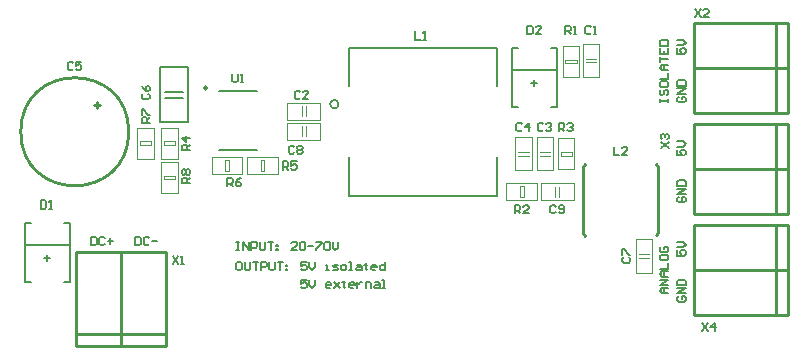
<source format=gto>
G04*
G04 #@! TF.GenerationSoftware,Altium Limited,Altium Designer,22.10.1 (41)*
G04*
G04 Layer_Color=65535*
%FSLAX25Y25*%
%MOIN*%
G70*
G04*
G04 #@! TF.SameCoordinates,A819E35F-8E34-478A-8755-6B039836A8A6*
G04*
G04*
G04 #@! TF.FilePolarity,Positive*
G04*
G01*
G75*
%ADD10C,0.00500*%
%ADD11C,0.01000*%
%ADD12C,0.00984*%
%ADD13C,0.00787*%
%ADD14C,0.00394*%
%ADD15C,0.00709*%
D10*
X112711Y81102D02*
G03*
X112711Y81102I-1392J0D01*
G01*
D11*
X42803Y71917D02*
G03*
X42803Y71917I-18000J0D01*
G01*
X32303Y79917D02*
Y81917D01*
X31303Y80917D02*
X33303D01*
X218504Y37402D02*
X218504D01*
X219291Y38189D01*
Y60039D01*
Y60335D01*
X218406Y61221D02*
X219291Y60335D01*
X194095Y38091D02*
X194980Y37205D01*
X194095Y38091D02*
Y38386D01*
Y60236D01*
X194882Y61024D01*
X194882D01*
X231102Y108327D02*
X246850D01*
X262598D01*
X231102Y78327D02*
X246850D01*
X262598D01*
X246850Y93327D02*
X262205D01*
X231102D02*
X246850D01*
X258661Y78366D02*
Y108287D01*
X231102Y78327D02*
Y108327D01*
X262598Y78327D02*
Y108327D01*
X55354Y16248D02*
Y31996D01*
Y500D02*
Y16248D01*
X25354D02*
Y31996D01*
Y500D02*
Y16248D01*
X40354Y894D02*
Y16248D01*
Y31996D01*
X25394Y4437D02*
X55315D01*
X25354Y31996D02*
X55354D01*
X25354Y500D02*
X55354D01*
X262598Y10984D02*
Y40984D01*
X231102Y10984D02*
Y40984D01*
X258661Y11024D02*
Y40945D01*
X231102Y25984D02*
X246850D01*
X262205D01*
X246850Y10984D02*
X262598D01*
X231102D02*
X246850D01*
Y40984D02*
X262598D01*
X231102D02*
X246850D01*
X262598Y44449D02*
Y74449D01*
X231102Y44449D02*
Y74449D01*
X258661Y44488D02*
Y74410D01*
X231102Y59449D02*
X246850D01*
X262205D01*
X246850Y44449D02*
X262598D01*
X231102D02*
X246850D01*
Y74449D02*
X262598D01*
X231102D02*
X246850D01*
D12*
X68898Y86535D02*
G03*
X68898Y86535I-492J0D01*
G01*
D13*
X116240Y87008D02*
Y99803D01*
Y50591D02*
Y63386D01*
Y50591D02*
X165453D01*
Y63386D01*
Y87008D02*
Y99803D01*
X116240D02*
X165453D01*
X170473Y80118D02*
Y99803D01*
X185433Y80118D02*
Y99803D01*
X183465Y80118D02*
X185433D01*
X177795Y87047D02*
Y89016D01*
X176811Y88032D02*
X178779D01*
X170473Y80118D02*
X172441D01*
X170473Y99803D02*
X172441D01*
X183465D02*
X185433D01*
X170473Y92520D02*
X185433D01*
X72835Y65748D02*
X85433D01*
X72835Y85433D02*
X85433D01*
X53347Y75098D02*
X62402D01*
X53347Y93405D02*
X62402D01*
Y75098D02*
Y93405D01*
X53347Y75098D02*
Y93405D01*
X54874Y83252D02*
X60874D01*
X54874Y85252D02*
X60874D01*
X8268Y34252D02*
X23228D01*
X21260Y41535D02*
X23228D01*
X8268D02*
X10236D01*
X8268Y21850D02*
X10236D01*
X14606Y29764D02*
X16575D01*
X15590Y28780D02*
Y30748D01*
X21260Y21850D02*
X23228D01*
Y41535D01*
X8268Y21850D02*
Y41535D01*
D14*
X186783Y63967D02*
X190483D01*
Y65167D01*
X186783D02*
X190483D01*
X186783Y63967D02*
Y65167D01*
X185827Y59449D02*
Y69685D01*
X191339D01*
Y59449D02*
Y69685D01*
X185827Y59449D02*
X191339D01*
X178740Y59055D02*
X184252D01*
Y70079D01*
X178740D02*
X184252D01*
X178740Y59055D02*
Y70079D01*
X179796Y65167D02*
X183196D01*
X179796Y63967D02*
X183196D01*
X171653Y59055D02*
X177165D01*
Y70079D01*
X171653D02*
X177165D01*
X171653Y59055D02*
Y70079D01*
X172709Y65167D02*
X176109D01*
X172709Y63967D02*
X176109D01*
X212867Y29912D02*
X216267D01*
X212867Y31112D02*
X216267D01*
X211811Y25000D02*
Y36024D01*
X217323D01*
Y25000D02*
Y36024D01*
X211811Y25000D02*
X217323D01*
X187402Y90158D02*
X192913D01*
Y100394D01*
X187402D02*
X192913D01*
X187402Y90158D02*
Y100394D01*
X188357Y94676D02*
Y95876D01*
X192058D01*
Y94676D02*
Y95876D01*
X188357Y94676D02*
X192058D01*
X92520Y57874D02*
Y63386D01*
X82284D02*
X92520D01*
X82284Y57874D02*
Y63386D01*
Y57874D02*
X92520D01*
X86802Y58830D02*
X88002D01*
X86802D02*
Y62530D01*
X88002D01*
Y58830D02*
Y62530D01*
X178937Y49213D02*
Y54724D01*
X168701D02*
X178937D01*
X168701Y49213D02*
Y54724D01*
Y49213D02*
X178937D01*
X173219Y50169D02*
X174419D01*
X173219D02*
Y53869D01*
X174419D01*
Y50169D02*
Y53869D01*
X100581Y77040D02*
Y80440D01*
X101781Y77040D02*
Y80440D01*
X95669Y81496D02*
X106693D01*
Y75984D02*
Y81496D01*
X95669Y75984D02*
X106693D01*
X95669D02*
Y81496D01*
X101781Y70347D02*
Y73747D01*
X100581Y70347D02*
Y73747D01*
X95669Y69291D02*
X106693D01*
X95669D02*
Y74803D01*
X106693D01*
Y69291D02*
Y74803D01*
X70473Y57874D02*
Y63386D01*
Y57874D02*
X80709D01*
Y63386D01*
X70473D02*
X80709D01*
X74991Y62430D02*
X76191D01*
Y58730D02*
Y62430D01*
X74991Y58730D02*
X76191D01*
X74991D02*
Y62430D01*
X53543Y51575D02*
X59055D01*
Y61811D01*
X53543D02*
X59055D01*
X53543Y51575D02*
Y61811D01*
X54499Y56093D02*
Y57293D01*
X58199D01*
Y56093D02*
Y57293D01*
X54499Y56093D02*
X58199D01*
X53543Y62992D02*
X59055D01*
Y73228D01*
X53543D02*
X59055D01*
X53543Y62992D02*
Y73228D01*
X54499Y67510D02*
Y68710D01*
X58199D01*
Y67510D02*
Y68710D01*
X54499Y67510D02*
X58199D01*
X45669Y62992D02*
X51181D01*
Y73228D01*
X45669D02*
X51181D01*
X45669Y62992D02*
Y73228D01*
X46625Y67510D02*
Y68710D01*
X50325D01*
Y67510D02*
Y68710D01*
X46625Y67510D02*
X50325D01*
X195150Y95069D02*
X198550D01*
X195150Y96269D02*
X198550D01*
X194095Y90158D02*
Y101181D01*
X199606D01*
Y90158D02*
Y101181D01*
X194095Y90158D02*
X199606D01*
X185030Y50269D02*
Y53668D01*
X186230Y50269D02*
Y53668D01*
X180118Y54724D02*
X191142D01*
Y49213D02*
Y54724D01*
X180118Y49213D02*
X191142D01*
X180118D02*
Y54724D01*
D15*
X138222Y105413D02*
Y102658D01*
X140059D01*
X140977D02*
X141896D01*
X141437D01*
Y105413D01*
X140977Y104954D01*
X102054Y22627D02*
X100217D01*
Y21249D01*
X101136Y21709D01*
X101595D01*
X102054Y21249D01*
Y20331D01*
X101595Y19872D01*
X100677D01*
X100217Y20331D01*
X102972Y22627D02*
Y20790D01*
X103891Y19872D01*
X104809Y20790D01*
Y22627D01*
X109860Y19872D02*
X108942D01*
X108482Y20331D01*
Y21249D01*
X108942Y21709D01*
X109860D01*
X110319Y21249D01*
Y20790D01*
X108482D01*
X111237Y21709D02*
X113074Y19872D01*
X112156Y20790D01*
X113074Y21709D01*
X111237Y19872D01*
X114452Y22168D02*
Y21709D01*
X113992D01*
X114911D01*
X114452D01*
Y20331D01*
X114911Y19872D01*
X117666D02*
X116747D01*
X116288Y20331D01*
Y21249D01*
X116747Y21709D01*
X117666D01*
X118125Y21249D01*
Y20790D01*
X116288D01*
X119043Y21709D02*
Y19872D01*
Y20790D01*
X119502Y21249D01*
X119962Y21709D01*
X120421D01*
X121798Y19872D02*
Y21709D01*
X123176D01*
X123635Y21249D01*
Y19872D01*
X125013Y21709D02*
X125931D01*
X126390Y21249D01*
Y19872D01*
X125013D01*
X124553Y20331D01*
X125013Y20790D01*
X126390D01*
X127308Y19872D02*
X128227D01*
X127768D01*
Y22627D01*
X127308D01*
X80014Y28532D02*
X79096D01*
X78636Y28073D01*
Y26237D01*
X79096Y25777D01*
X80014D01*
X80473Y26237D01*
Y28073D01*
X80014Y28532D01*
X81391D02*
Y26237D01*
X81850Y25777D01*
X82769D01*
X83228Y26237D01*
Y28532D01*
X84146D02*
X85983D01*
X85065D01*
Y25777D01*
X86901D02*
Y28532D01*
X88279D01*
X88738Y28073D01*
Y27155D01*
X88279Y26696D01*
X86901D01*
X89656Y28532D02*
Y26237D01*
X90116Y25777D01*
X91034D01*
X91493Y26237D01*
Y28532D01*
X92411D02*
X94248D01*
X93330D01*
Y25777D01*
X95166Y27614D02*
X95626D01*
Y27155D01*
X95166D01*
Y27614D01*
Y26237D02*
X95626D01*
Y25777D01*
X95166D01*
Y26237D01*
X102054Y28532D02*
X100217D01*
Y27155D01*
X101136Y27614D01*
X101595D01*
X102054Y27155D01*
Y26237D01*
X101595Y25777D01*
X100677D01*
X100217Y26237D01*
X102972Y28532D02*
Y26696D01*
X103891Y25777D01*
X104809Y26696D01*
Y28532D01*
X108482Y25777D02*
X109401D01*
X108942D01*
Y27614D01*
X108482D01*
X110778Y25777D02*
X112156D01*
X112615Y26237D01*
X112156Y26696D01*
X111237D01*
X110778Y27155D01*
X111237Y27614D01*
X112615D01*
X113992Y25777D02*
X114911D01*
X115370Y26237D01*
Y27155D01*
X114911Y27614D01*
X113992D01*
X113533Y27155D01*
Y26237D01*
X113992Y25777D01*
X116288D02*
X117207D01*
X116747D01*
Y28532D01*
X116288D01*
X119043Y27614D02*
X119962D01*
X120421Y27155D01*
Y25777D01*
X119043D01*
X118584Y26237D01*
X119043Y26696D01*
X120421D01*
X121798Y28073D02*
Y27614D01*
X121339D01*
X122257D01*
X121798D01*
Y26237D01*
X122257Y25777D01*
X125013D02*
X124094D01*
X123635Y26237D01*
Y27155D01*
X124094Y27614D01*
X125013D01*
X125472Y27155D01*
Y26696D01*
X123635D01*
X128227Y28532D02*
Y25777D01*
X126849D01*
X126390Y26237D01*
Y27155D01*
X126849Y27614D01*
X128227D01*
X78637Y35160D02*
X79555D01*
X79096D01*
Y32405D01*
X78637D01*
X79555D01*
X80933D02*
Y35160D01*
X82770Y32405D01*
Y35160D01*
X83688Y32405D02*
Y35160D01*
X85065D01*
X85525Y34700D01*
Y33782D01*
X85065Y33323D01*
X83688D01*
X86443Y35160D02*
Y32864D01*
X86902Y32405D01*
X87821D01*
X88280Y32864D01*
Y35160D01*
X89198D02*
X91035D01*
X90116D01*
Y32405D01*
X91953Y34241D02*
X92412D01*
Y33782D01*
X91953D01*
Y34241D01*
Y32864D02*
X92412D01*
Y32405D01*
X91953D01*
Y32864D01*
X98840Y32405D02*
X97004D01*
X98840Y34241D01*
Y34700D01*
X98381Y35160D01*
X97463D01*
X97004Y34700D01*
X99759D02*
X100218Y35160D01*
X101136D01*
X101596Y34700D01*
Y32864D01*
X101136Y32405D01*
X100218D01*
X99759Y32864D01*
Y34700D01*
X102514Y33782D02*
X104351D01*
X105269Y35160D02*
X107106D01*
Y34700D01*
X105269Y32864D01*
Y32405D01*
X108024Y34700D02*
X108483Y35160D01*
X109401D01*
X109861Y34700D01*
Y32864D01*
X109401Y32405D01*
X108483D01*
X108024Y32864D01*
Y34700D01*
X110779Y35160D02*
Y33323D01*
X111697Y32405D01*
X112616Y33323D01*
Y35160D01*
X222520Y18032D02*
X220683D01*
X219765Y18950D01*
X220683Y19868D01*
X222520D01*
X221142D01*
Y18032D01*
X222520Y20786D02*
X219765D01*
X222520Y22623D01*
X219765D01*
X222520Y23541D02*
X220683D01*
X219765Y24460D01*
X220683Y25378D01*
X222520D01*
X221142D01*
Y23541D01*
X219765Y26297D02*
X222520D01*
Y28133D01*
X219765Y30429D02*
Y29511D01*
X220224Y29052D01*
X222060D01*
X222520Y29511D01*
Y30429D01*
X222060Y30888D01*
X220224D01*
X219765Y30429D01*
X220224Y33643D02*
X219765Y33184D01*
Y32266D01*
X220224Y31807D01*
X222060D01*
X222520Y32266D01*
Y33184D01*
X222060Y33643D01*
X221142D01*
Y32725D01*
X219765Y81811D02*
Y82729D01*
Y82270D01*
X222520D01*
Y81811D01*
Y82729D01*
X220224Y85944D02*
X219765Y85484D01*
Y84566D01*
X220224Y84107D01*
X220683D01*
X221142Y84566D01*
Y85484D01*
X221601Y85944D01*
X222060D01*
X222520Y85484D01*
Y84566D01*
X222060Y84107D01*
X219765Y88239D02*
Y87321D01*
X220224Y86862D01*
X222060D01*
X222520Y87321D01*
Y88239D01*
X222060Y88699D01*
X220224D01*
X219765Y88239D01*
Y89617D02*
X222520D01*
Y91454D01*
Y92372D02*
X220683D01*
X219765Y93290D01*
X220683Y94209D01*
X222520D01*
X221142D01*
Y92372D01*
X219765Y95127D02*
Y96964D01*
Y96045D01*
X222520D01*
X219765Y99719D02*
Y97882D01*
X222520D01*
Y99719D01*
X221142Y97882D02*
Y98800D01*
X219765Y100637D02*
X222520D01*
Y102015D01*
X222060Y102474D01*
X220224D01*
X219765Y102015D01*
Y100637D01*
X226129Y50183D02*
X225670Y49724D01*
Y48806D01*
X226129Y48346D01*
X227966D01*
X228425Y48806D01*
Y49724D01*
X227966Y50183D01*
X227048D01*
Y49265D01*
X228425Y51101D02*
X225670D01*
X228425Y52938D01*
X225670D01*
Y53856D02*
X228425D01*
Y55234D01*
X227966Y55693D01*
X226129D01*
X225670Y55234D01*
Y53856D01*
Y32467D02*
Y30630D01*
X227048D01*
X226589Y31548D01*
Y32007D01*
X227048Y32467D01*
X227966D01*
X228425Y32007D01*
Y31089D01*
X227966Y30630D01*
X225670Y33385D02*
X227507D01*
X228425Y34303D01*
X227507Y35222D01*
X225670D01*
X226129Y83648D02*
X225670Y83188D01*
Y82270D01*
X226129Y81811D01*
X227966D01*
X228425Y82270D01*
Y83188D01*
X227966Y83648D01*
X227048D01*
Y82729D01*
X228425Y84566D02*
X225670D01*
X228425Y86403D01*
X225670D01*
Y87321D02*
X228425D01*
Y88699D01*
X227966Y89158D01*
X226129D01*
X225670Y88699D01*
Y87321D01*
X225670Y99789D02*
Y97953D01*
X227048D01*
X226589Y98871D01*
Y99330D01*
X227048Y99789D01*
X227966D01*
X228425Y99330D01*
Y98412D01*
X227966Y97953D01*
X225670Y100708D02*
X227507D01*
X228425Y101626D01*
X227507Y102544D01*
X225670D01*
X226129Y17112D02*
X225670Y16653D01*
Y15735D01*
X226129Y15276D01*
X227966D01*
X228425Y15735D01*
Y16653D01*
X227966Y17112D01*
X227048D01*
Y16194D01*
X228425Y18031D02*
X225670D01*
X228425Y19867D01*
X225670D01*
Y20786D02*
X228425D01*
Y22163D01*
X227966Y22622D01*
X226129D01*
X225670Y22163D01*
Y20786D01*
Y65931D02*
Y64095D01*
X227048D01*
X226589Y65013D01*
Y65472D01*
X227048Y65931D01*
X227966D01*
X228425Y65472D01*
Y64554D01*
X227966Y64095D01*
X225670Y66849D02*
X227507D01*
X228425Y67768D01*
X227507Y68686D01*
X225670D01*
X45000Y36928D02*
Y34173D01*
X46378D01*
X46837Y34632D01*
Y36469D01*
X46378Y36928D01*
X45000D01*
X49592Y36469D02*
X49132Y36928D01*
X48214D01*
X47755Y36469D01*
Y34632D01*
X48214Y34173D01*
X49132D01*
X49592Y34632D01*
X50510Y35551D02*
X52347D01*
X30236Y36928D02*
Y34173D01*
X31614D01*
X32073Y34632D01*
Y36469D01*
X31614Y36928D01*
X30236D01*
X34828Y36469D02*
X34369Y36928D01*
X33450D01*
X32991Y36469D01*
Y34632D01*
X33450Y34173D01*
X34369D01*
X34828Y34632D01*
X35746Y35551D02*
X37583D01*
X36665Y36469D02*
Y34632D01*
X233925Y8267D02*
X235761Y5512D01*
Y8267D02*
X233925Y5512D01*
X238057D02*
Y8267D01*
X236680Y6890D01*
X238516D01*
X204397Y66830D02*
Y64075D01*
X206234D01*
X208989D02*
X207152D01*
X208989Y65912D01*
Y66371D01*
X208530Y66830D01*
X207611D01*
X207152Y66371D01*
X207743Y30053D02*
X207284Y29594D01*
Y28675D01*
X207743Y28216D01*
X209580D01*
X210039Y28675D01*
Y29594D01*
X209580Y30053D01*
X207284Y30971D02*
Y32808D01*
X207743D01*
X209580Y30971D01*
X210039D01*
X220079Y66602D02*
X222834Y68439D01*
X220079D02*
X222834Y66602D01*
X220538Y69357D02*
X220079Y69816D01*
Y70734D01*
X220538Y71193D01*
X220998D01*
X221457Y70734D01*
Y70275D01*
Y70734D01*
X221916Y71193D01*
X222375D01*
X222834Y70734D01*
Y69816D01*
X222375Y69357D01*
X231562Y112795D02*
X233399Y110040D01*
Y112795D02*
X231562Y110040D01*
X236154D02*
X234317D01*
X236154Y111876D01*
Y112336D01*
X235695Y112795D01*
X234777D01*
X234317Y112336D01*
X57415Y30511D02*
X59252Y27756D01*
Y30511D02*
X57415Y27756D01*
X60170D02*
X61089D01*
X60629D01*
Y30511D01*
X60170Y30052D01*
X77297Y91141D02*
Y88845D01*
X77756Y88386D01*
X78675D01*
X79134Y88845D01*
Y91141D01*
X80052Y88386D02*
X80971D01*
X80511D01*
Y91141D01*
X80052Y90682D01*
X63188Y54791D02*
X60434D01*
Y56168D01*
X60893Y56627D01*
X61811D01*
X62270Y56168D01*
Y54791D01*
Y55709D02*
X63188Y56627D01*
X60893Y57546D02*
X60434Y58005D01*
Y58923D01*
X60893Y59382D01*
X61352D01*
X61811Y58923D01*
X62270Y59382D01*
X62729D01*
X63188Y58923D01*
Y58005D01*
X62729Y57546D01*
X62270D01*
X61811Y58005D01*
X61352Y57546D01*
X60893D01*
X61811Y58005D02*
Y58923D01*
X75657Y53741D02*
Y56496D01*
X77034D01*
X77494Y56037D01*
Y55118D01*
X77034Y54659D01*
X75657D01*
X76575D02*
X77494Y53741D01*
X80249Y56496D02*
X79330Y56037D01*
X78412Y55118D01*
Y54200D01*
X78871Y53741D01*
X79789D01*
X80249Y54200D01*
Y54659D01*
X79789Y55118D01*
X78412D01*
X49803Y74870D02*
X47048D01*
Y76247D01*
X47507Y76706D01*
X48425D01*
X48884Y76247D01*
Y74870D01*
Y75788D02*
X49803Y76706D01*
X47048Y77624D02*
Y79461D01*
X47507D01*
X49343Y77624D01*
X49803D01*
X94161Y59252D02*
Y62007D01*
X95538D01*
X95998Y61548D01*
Y60630D01*
X95538Y60171D01*
X94161D01*
X95079D02*
X95998Y59252D01*
X98752Y62007D02*
X96916D01*
Y60630D01*
X97834Y61089D01*
X98293D01*
X98752Y60630D01*
Y59712D01*
X98293Y59252D01*
X97375D01*
X96916Y59712D01*
X63188Y65814D02*
X60434D01*
Y67192D01*
X60893Y67651D01*
X61811D01*
X62270Y67192D01*
Y65814D01*
Y66733D02*
X63188Y67651D01*
Y69947D02*
X60434D01*
X61811Y68569D01*
Y70406D01*
X186188Y72048D02*
Y74803D01*
X187566D01*
X188025Y74344D01*
Y73425D01*
X187566Y72966D01*
X186188D01*
X187107D02*
X188025Y72048D01*
X188943Y74344D02*
X189403Y74803D01*
X190321D01*
X190780Y74344D01*
Y73884D01*
X190321Y73425D01*
X189862D01*
X190321D01*
X190780Y72966D01*
Y72507D01*
X190321Y72048D01*
X189403D01*
X188943Y72507D01*
X171523Y44686D02*
Y47440D01*
X172901D01*
X173360Y46981D01*
Y46063D01*
X172901Y45604D01*
X171523D01*
X172441D02*
X173360Y44686D01*
X176115D02*
X174278D01*
X176115Y46522D01*
Y46981D01*
X175656Y47440D01*
X174737D01*
X174278Y46981D01*
X188321Y104528D02*
Y107283D01*
X189698D01*
X190157Y106824D01*
Y105905D01*
X189698Y105446D01*
X188321D01*
X189239D02*
X190157Y104528D01*
X191076D02*
X191994D01*
X191535D01*
Y107283D01*
X191076Y106824D01*
X175657Y107283D02*
Y104528D01*
X177034D01*
X177494Y104987D01*
Y106824D01*
X177034Y107283D01*
X175657D01*
X180249Y104528D02*
X178412D01*
X180249Y106365D01*
Y106824D01*
X179789Y107283D01*
X178871D01*
X178412Y106824D01*
X13518Y49015D02*
Y46260D01*
X14895D01*
X15354Y46720D01*
Y48556D01*
X14895Y49015D01*
X13518D01*
X16273Y46260D02*
X17191D01*
X16732D01*
Y49015D01*
X16273Y48556D01*
X185171Y46981D02*
X184712Y47440D01*
X183793D01*
X183334Y46981D01*
Y45145D01*
X183793Y44686D01*
X184712D01*
X185171Y45145D01*
X186089D02*
X186548Y44686D01*
X187467D01*
X187926Y45145D01*
Y46981D01*
X187467Y47440D01*
X186548D01*
X186089Y46981D01*
Y46522D01*
X186548Y46063D01*
X187926D01*
X97966Y66863D02*
X97507Y67322D01*
X96588D01*
X96129Y66863D01*
Y65026D01*
X96588Y64567D01*
X97507D01*
X97966Y65026D01*
X98884Y66863D02*
X99344Y67322D01*
X100262D01*
X100721Y66863D01*
Y66404D01*
X100262Y65945D01*
X100721Y65486D01*
Y65026D01*
X100262Y64567D01*
X99344D01*
X98884Y65026D01*
Y65486D01*
X99344Y65945D01*
X98884Y66404D01*
Y66863D01*
X99344Y65945D02*
X100262D01*
X99935Y85170D02*
X99475Y85629D01*
X98557D01*
X98098Y85170D01*
Y83334D01*
X98557Y82875D01*
X99475D01*
X99935Y83334D01*
X102690Y82875D02*
X100853D01*
X102690Y84711D01*
Y85170D01*
X102230Y85629D01*
X101312D01*
X100853Y85170D01*
X47507Y84580D02*
X47048Y84121D01*
Y83203D01*
X47507Y82744D01*
X49343D01*
X49803Y83203D01*
Y84121D01*
X49343Y84580D01*
X47048Y87335D02*
X47507Y86417D01*
X48425Y85498D01*
X49343D01*
X49803Y85958D01*
Y86876D01*
X49343Y87335D01*
X48884D01*
X48425Y86876D01*
Y85498D01*
X24246Y94816D02*
X23786Y95275D01*
X22868D01*
X22409Y94816D01*
Y92979D01*
X22868Y92520D01*
X23786D01*
X24246Y92979D01*
X27001Y95275D02*
X25164D01*
Y93898D01*
X26082Y94357D01*
X26541D01*
X27001Y93898D01*
Y92979D01*
X26541Y92520D01*
X25623D01*
X25164Y92979D01*
X173852Y74344D02*
X173393Y74803D01*
X172474D01*
X172015Y74344D01*
Y72507D01*
X172474Y72048D01*
X173393D01*
X173852Y72507D01*
X176148Y72048D02*
Y74803D01*
X174770Y73425D01*
X176607D01*
X180938Y74344D02*
X180479Y74803D01*
X179561D01*
X179102Y74344D01*
Y72507D01*
X179561Y72048D01*
X180479D01*
X180938Y72507D01*
X181857Y74344D02*
X182316Y74803D01*
X183234D01*
X183694Y74344D01*
Y73884D01*
X183234Y73425D01*
X182775D01*
X183234D01*
X183694Y72966D01*
Y72507D01*
X183234Y72048D01*
X182316D01*
X181857Y72507D01*
X196850Y106824D02*
X196391Y107283D01*
X195473D01*
X195014Y106824D01*
Y104987D01*
X195473Y104528D01*
X196391D01*
X196850Y104987D01*
X197769Y104528D02*
X198687D01*
X198228D01*
Y107283D01*
X197769Y106824D01*
M02*

</source>
